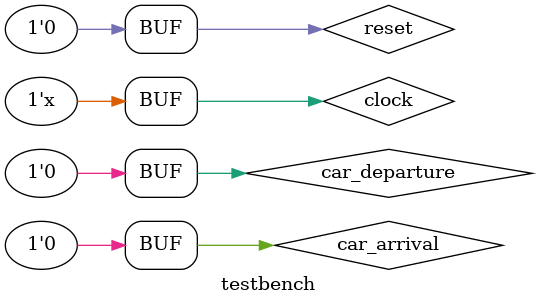
<source format=v>
`include "car_parking_system.v"
`timescale 1ns / 1ps

module testbench;

reg clock = 1'b0;
reg reset = 1'b0;
reg car_arrival = 1'b0;
reg car_departure = 1'b0;
wire full_signal;
wire empty_signal;

car_parking_system dut (
  .clock(clock),
  .reset(reset),
  .car_arrival(car_arrival),
  .car_departure(car_departure),
  .full_signal(full_signal),
  .empty_signal(empty_signal)
);

initial begin
  reset = 1'b1;
  #10 reset = 1'b0;
  #10 car_arrival = 1'b1;
  #10 car_arrival = 1'b0;
  #10 car_departure = 1'b1;
  #10 car_departure = 1'b0;
end

always #5 clock = ~clock;

initial begin
  $dumpfile("dump.vcd");
  $dumpvars;
end

endmodule
</source>
